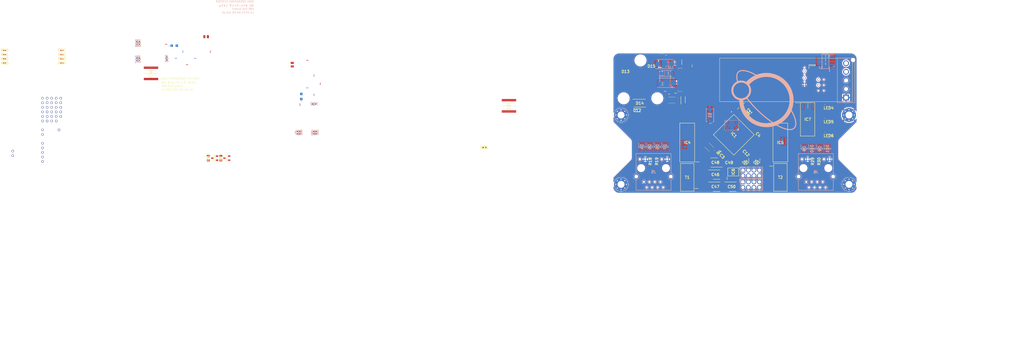
<source format=kicad_pcb>
(kicad_pcb (version 20221018) (generator pcbnew)
  (title_block (title "Oro Link") (date "2023-03-22") (rev "3") (company "Oro Operating System") (comment 1 "://oro.sh") (comment 2 "Joshua Lee Junon"))
  (layers (0 "F.Cu" signal) (1 "In1.Cu" power) (2 "In2.Cu" power) (31 "B.Cu" signal) (34 "B.Paste" user) (35 "F.Paste" user) (36 "B.SilkS" user "B.Silkscreen") (37 "F.SilkS" user "F.Silkscreen") (38 "B.Mask" user) (39 "F.Mask" user) (44 "Edge.Cuts" user))
  (net 0 "")
  (net 1 "GND")
  (net 2 "+3V3")
  (net 3 "Net-(IC4-VCAP)")
  (net 4 "+5V")
  (net 5 "Net-(IC2-NR{slash}FB)")
  (net 6 "Net-(IC3-REF)")
  (net 7 "/OLED Socket/EXTCAP")
  (net 8 "Net-(IC3-SS)")
  (net 9 "/OLED Socket/EXTCAP3")
  (net 10 "Net-(IC3-COMP)")
  (net 11 "/OLED Socket/+12V")
  (net 12 "/OLED Socket/EXTCAP2")
  (net 13 "/COM Bus Header/C1+")
  (net 14 "/COM Bus Header/C1-")
  (net 15 "/COM Bus Header/C2-")
  (net 16 "/COM Bus Header/V+")
  (net 17 "/COM Bus Header/V-")
  (net 18 "/External Ethernet/TPIN-")
  (net 19 "Net-(T1-CT_1)")
  (net 20 "/System Ethernet/TPIN-")
  (net 21 "Net-(T2-CT_1)")
  (net 22 "Net-(IC5-VCAP)")
  (net 23 "/Power Supply/PW_OK")
  (net 24 "/Power Supply/5VSB")
  (net 25 "/Power Supply/PSU_ON")
  (net 26 "/Front Panel Client/RST+")
  (net 27 "/Front Panel Client/RST-")
  (net 28 "/Front Panel Client/HDD+")
  (net 29 "/Front Panel Client/HDD-")
  (net 30 "/Front Panel Client/PLED+")
  (net 31 "/Front Panel Client/PLED-")
  (net 32 "/Front Panel Client/PWR+")
  (net 33 "/Front Panel Client/PWR-")
  (net 34 "Net-(IC3-OUT)")
  (net 35 "/OLED Socket/~{RST}")
  (net 36 "/OLED Socket/SCK")
  (net 37 "/OLED Socket/SDI")
  (net 44 "/COM Bus Header/RTS")
  (net 45 "/SWD Pad/VCC")
  (net 46 "/Microcontroller/USB_D-")
  (net 47 "/Microcontroller/USB_D+")
  (net 48 "/External Ethernet/GLED+")
  (net 49 "/External Ethernet/YLED+")
  (net 50 "/External Ethernet/TX-")
  (net 51 "/External Ethernet/TX+")
  (net 52 "/External Ethernet/RX+")
  (net 53 "/External Ethernet/RX-")
  (net 54 "/System Ethernet/GLED+")
  (net 55 "/System Ethernet/YLED+")
  (net 56 "/System Ethernet/TX-")
  (net 57 "/System Ethernet/TX+")
  (net 58 "/System Ethernet/RX+")
  (net 59 "/System Ethernet/RX-")
  (net 60 "/Indicator Lights/SDA")
  (net 61 "/Indicator Lights/SCL")
  (net 62 "/External Ethernet/~{RST}")
  (net 63 "/Front Panel Client/PWR_ON")
  (net 64 "/Front Panel Client/RESET")
  (net 65 "/Power Supply/PW_ON")
  (net 66 "/SWD Pad/SWDIO")
  (net 67 "/SWD Pad/SWCLK")
  (net 68 "/SWD Pad/SWO")
  (net 69 "/SWD Pad/FLASH")
  (net 70 "/External Ethernet/SCK")
  (net 71 "/External Ethernet/SDI")
  (net 72 "/External Ethernet/SDO")
  (net 73 "/External Ethernet/~{INT}")
  (net 74 "Net-(IC2-EN)")
  (net 75 "/External Ethernet/TPIN+")
  (net 76 "/External Ethernet/TPOUT-")
  (net 77 "/External Ethernet/TPOUT+")
  (net 78 "/System Ethernet/TPIN+")
  (net 79 "/System Ethernet/TPOUT-")
  (net 80 "/System Ethernet/TPOUT+")
  (net 81 "Net-(IC3-EN)")
  (net 84 "Net-(IC5-RBIAS)")
  (net 85 "Net-(IC5-OSC1)")
  (net 89 "/COM Bus Header/TX")
  (net 91 "/External Ethernet/CT_45")
  (net 92 "/External Ethernet/CT_78")
  (net 93 "/System Ethernet/CT_45")
  (net 94 "/System Ethernet/CT_78")
  (net 97 "/Indicator Lights/O18")
  (net 98 "Net-(T1-CT_3)")
  (net 99 "Net-(T1-CT_4)")
  (net 100 "Net-(T2-CT_3)")
  (net 101 "Net-(T2-CT_4)")
  (net 114 "Net-(IC7-R_EXT)")
  (net 115 "/Indicator Lights/O1")
  (net 116 "/Indicator Lights/O2")
  (net 117 "/Indicator Lights/O3")
  (net 118 "/Indicator Lights/O4")
  (net 119 "/Indicator Lights/O5")
  (net 120 "/Indicator Lights/O6")
  (net 121 "/Indicator Lights/O7")
  (net 122 "/Indicator Lights/O8")
  (net 123 "/Indicator Lights/O9")
  (net 124 "/Indicator Lights/O10")
  (net 125 "/Indicator Lights/O11")
  (net 126 "/Indicator Lights/O12")
  (net 127 "/Indicator Lights/O13")
  (net 128 "/Indicator Lights/O14")
  (net 129 "/Indicator Lights/O15")
  (net 130 "/Indicator Lights/O16")
  (net 131 "/Indicator Lights/O17")
  (net 132 "Net-(IC7-~{SDB})")
  (net 134 "/Microcontroller/SYSETH_SCK")
  (net 135 "/Microcontroller/SYSETH_MISO")
  (net 136 "/Microcontroller/SYSTEH_MOSI")
  (net 137 "/Microcontroller/SYSTEH_~{RST}")
  (net 138 "/Microcontroller/SYSTEH_~{INT}")
  (net 140 "/Microcontroller/DBGUART_RX")
  (net 141 "/Microcontroller/DBGUART_TX")
  (net 145 "/Microcontroller/VCAP1")
  (net 146 "/Microcontroller/VCAP2")
  (net 147 "Net-(IC1-PE12)")
  (net 177 "Net-(IC4-RBIAS)")
  (net 178 "Net-(IC4-OSC1)")
  (net 180 "Net-(LED1-Pad1)")
  (net 181 "Net-(IC1-NRST)")
  (net 182 "Net-(IC1-PH0)")
  (net 183 "/COM Bus Header/RX")
  (net 184 "/Microcontroller/SYSETH_CS")
  (net 185 "/COM Bus Header/CTS")
  (net 186 "/OLED Socket/DC")
  (net 187 "/COM Bus Header/C2+")
  (net 188 "GNDPWR")
  (net 190 "Net-(C29-Pad1)")
  (net 191 "Net-(C31-Pad2)")
  (net 192 "Net-(C38-Pad1)")
  (net 193 "Net-(C40-Pad2)")
  (net 194 "/OLED Socket/CS")
  (net 195 "/External Ethernet/CS")
  (net 196 "Net-(DBG36-Pad1)")
  (net 197 "Net-(DBG37-Pad1)")
  (net 202 "/COM Bus Header/RS232_RTS")
  (net 203 "/COM Bus Header/RS232_CTS")
  (net 204 "/COM Bus Header/RS232_RX")
  (net 205 "/COM Bus Header/RS232_TX")
  (net 225 "Net-(J5-A_YELLOW)")
  (net 226 "Net-(J5-A_GREEN)")
  (net 227 "Net-(J6-A_YELLOW)")
  (net 228 "Net-(Q1-Pad3)")
  (net 229 "Net-(J6-A_GREEN)")
  (footprint "SamacSys_Parts:SOIC127P1030X265-28N" (layer "F.Cu") (at 169.6734 93.2434)
    (fp_text reference "IC5")
    (fp_text value "ENC28J60-I_SO" hide)
  )
  (footprint "SamacSys_Parts:SOT95P230X110-3N" (layer "F.Cu") (at -90.911567 100.448801 180)
    (fp_text reference "Q3" hide)
    (fp_text value "PMV20ENR" hide)
  )
  (footprint "SamacSys_Parts:CAPC2012X135N" (layer "F.Cu") (at 190.5 55.118)
    (fp_text reference "C17" hide)
    (fp_text value "10u" hide)
  )
  (footprint "SamacSys_Parts:150120M173000" (layer "F.Cu") (at 191.921701 90.327367)
    (fp_text reference "LED6")
    (fp_text value "150120M173000" hide)
  )
  (footprint "Oro Footprints:DebugPin" (layer "F.Cu") (at 180.848 58.674)
    (fp_text reference "DBG35" hide)
    (fp_text value "~")
  )
  (footprint "SamacSys_Parts:RESC2012X60N" (layer "F.Cu") (at -88.117567 100.448801 90)
    (fp_text reference "R7")
    (fp_text value "1k" hide)
  )
  (footprint "SamacSys_Parts:SOIC127P1030X265-28N" (layer "F.Cu") (at 126.77 93.2434 180)
    (fp_text reference "IC4")
    (fp_text value "ENC28J60-I_SO" hide)
  )
  (footprint "SamacSys_Parts:CAPC0402X22N" (layer "F.Cu") (at -48.237199 55.3212 180)
    (fp_text reference "C32" hide)
    (fp_text value "0.1u" hide)
  )
  (footprint "Oro Footprints:DebugPin" (layer "F.Cu") (at -166.0192 83.294153)
    (fp_text reference "DBG18" hide)
    (fp_text value "~")
  )
  (footprint "Oro Footprints:C1608_Commercial_Tight" (layer "F.Cu") (at 117.6503 70.6581 90)
    (fp_text reference "C24" hide)
    (fp_text value "0.047u" hide)
  )
  (footprint "Oro Footprints:DebugPin" (layer "F.Cu") (at -166.0192 81.194153)
    (fp_text reference "DBG17" hide)
    (fp_text value "~")
  )
  (footprint "SamacSys_Parts:CAPC0402X22N" (layer "F.Cu") (at -113.2928 47.9298 180)
    (fp_text reference "C38" hide)
    (fp_text value "0.1u" hide)
  )
  (footprint "SamacSys_Parts:CAPC0402X22N" (layer "F.Cu") (at 138.107533 86.977144 -135)
    (fp_text reference "C8" hide)
    (fp_text value "0.1u" hide)
  )
  (footprint "SamacSys_Parts:AA3528VRVFSA" (layer "F.Cu") (at 119.6888 73.6092 180)
    (fp_text reference "LED2" hide)
    (fp_text value "AA3528VRVFS/A" hide)
  )
  (footprint "Oro Footprints:DebugPin" (layer "F.Cu") (at -170.2192 83.294153)
    (fp_text reference "DBG6" hide)
    (fp_text value "~")
  )
  (footprint "Oro Footprints:DebugPin" (layer "F.Cu") (at -170.2192 79.094153)
    (fp_text reference "DBG4" hide)
    (fp_text value "~")
  )
  (footprint "SamacSys_Parts:SOIC127P600X175-8N" (layer "F.Cu") (at 116.5606 63.8302 90)
    (fp_text reference "IC3" hide)
    (fp_text value "TPS6734IDR" hide)
  )
  (footprint "Oro Footprints:DebugPin" (layer "F.Cu") (at -161.8192 76.994153)
    (fp_text reference "DBG27" hide)
    (fp_text value "~")
  )
  (footprint "Oro Footprints:DebugPin" (layer "F.Cu") (at -168.1192 76.994153)
    (fp_text reference "DBG9" hide)
    (fp_text value "~")
  )
  (footprint "Oro Footprints:DebugPin" (layer "F.Cu") (at -166.0192 79.094153)
    (fp_text reference "DBG16" hide)
    (fp_text value "~")
  )
  (footprint "SamacSys_Parts:CAPC0402X22N" (layer "F.Cu") (at 146.0526 102.5398)
    (fp_text reference "C49")
    (fp_text value "0.1u" hide)
  )
  (footprint "Oro Footprints:DebugPin" (layer "F.Cu") (at -168.1192 79.094153)
    (fp_text reference "DBG10" hide)
    (fp_text value "~")
  )
  (footprint "SamacSys_Parts:CAPC0402X22N" (layer "F.Cu") (at 149.366154 78.432713 -45)
    (fp_text reference "C5" hide)
    (fp_text value "0.1u" hide)
  )
  (footprint "SamacSys_Parts:RESC1005X40N" (layer "F.Cu") (at 154.794612 78.712021 -135)
    (fp_text reference "R2")
    (fp_text value "4.7k" hide)
  )
  (footprint "Oro Footprints:OroConn6p_WithMounts" (layer "F.Cu") (at 105.246701 64.839367)
    (fp_text reference "J7" hide)
    (fp_text value "OroConn6p")
  )
  (footprint "SamacSys_Parts:RESC0603X26N" (layer "F.Cu") (at -161.2992 54.619153)
    (fp_text reference "R23")
    (fp_text value "RMCF0201FT49R9" hide)
  )
  (footprint "SamacSys_Parts:SODFL2514X80N" (layer "F.Cu") (at 103.690701 78.389367 180)
    (fp_text reference "D12")
    (fp_text value "RFU02VSM8STR" hide)
  )
  (footprint "Oro Footprints:C1608_Commercial_Tight" (layer "F.Cu") (at 119.0727 67.5847 90)
    (fp_text reference "C25" hide)
    (fp_text value "0.001u" hide)
  )
  (footprint "SamacSys_Parts:SOT95P280X145-5N" (layer "F.Cu") (at 158.7754 102.362 -90)
    (fp_text reference "D2")
    (fp_text value "ESDS302DBVR" hide)
  )
  (footprint "SamacSys_Parts:CAPAE430X610N" (layer "F.Cu") (at 139.7508 102.4636 180)
    (fp_text reference "C48")
    (fp_text value "0.1u" hide)
  )
  (footprint "Oro Footprints:DebugPin" (layer "F.Cu") (at -170.2192 101.994153)
    (fp_text reference "DBG43" hide)
    (fp_text value "~")
  )
  (footprint "SamacSys_Parts:CLM3CWKWCXAYA453" (layer "F.Cu") (at 124.8664 73.5076 90)
    (fp_text reference "LED3" hide)
    (fp_text value "CLM3C-WKW-CXAYA453" hide)
  )
  (footprint "SamacSys_Parts:CAPC1608X90N" (layer "F.Cu") (at 121.3358 64.8716 -90)
    (fp_text reference "C21" hide)
    (fp_text value "1u" hide)
  )
  (footprint "Oro Footprints:DebugPin" (layer "F.Cu") (at -170.2192 76.994153)
    (fp_text reference "DBG3" hide)
    (fp_text value "~")
  )
  (footprint "Oro Footprints:DebugPin" (layer "F.Cu") (at -183.9292 97.214153)
    (fp_text reference "DBG36" hide)
    (fp_text value "~")
  )
  (footprint "SamacSys_Parts:RCLAMP3552TTNT" (layer "F.Cu") (at 98.336712 60.205551)
    (fp_text reference "D13")
    (fp_text value "RCLAMP3552T.TNT" hide)
  )
  (footprint "Oro Footprints:DebugPin" (layer "F.Cu") (at -170.2192 95.694153)
    (fp_text reference "DBG40" hide)
    (fp_text value "~")
  )
  (footprint "SamacSys_Parts:RESC0603X26N" (layer "F.Cu") (at -187.7092 56.569153)
    (fp_text reference "R13")
    (fp_text value "RMCF0201FT49R9" hide)
  )
  (footprint "SamacSys_Parts:RESC2012X60N" (layer "F.Cu") (at 109.788401 101.9208 90)
    (fp_text reference "R18")
    (fp_text value "470R" hide)
  )
  (footprint "Oro Footprints:DebugPin" (layer "F.Cu") (at 180.848 63.3984)
    (fp_text reference "DBG34" hide)
    (fp_text value "~")
  )
  (footprint "Oro Footprints:DebugPin" (layer "F.Cu") (at -170.2192 97.794153)
    (fp_text reference "DBG41" hide)
    (fp_text value "~")
  )
  (footprint "SamacSys_Parts:RESC2012X60N" (layer "F.Cu") (at 184.569001 101.9208 90)
    (fp_text reference "R29")
    (fp_text value "470R" hide)
  )
  (footprint "SamacSys_Parts:RESC0603X26N" (layer "F.Cu") (at -161.2992 50.719153)
    (fp_text reference "R21")
    (fp_text value "RMCF0201FT49R9" hide)
  )
  (footprint "SamacSys_Parts:RESC2012X60N" (layer "F.Cu") (at -93.832567 100.448801 -90)
    (fp_text reference "R6")
    (fp_text value "1k" hide)
  )
  (footprint "SamacSys_Parts:RESC5025X65N" (layer "F.Cu") (at 192.278 59.436)
    (fp_text reference "R5" hide)
    (fp_text value "10k" hide)
  )
  (footprint "SamacSys_Parts:CAPC5664X270N" (layer "F.Cu") (at 44.6532 76.3016 90)
    (fp_text reference "C31")
    (fp_text value "1nF 5kV" hide)
  )
  (footprint "SamacSys_Parts:SOT95P230X110-3N" (layer "F.Cu") (at 184.338 57.574 90)
    (fp_text reference "Q1" hide)
    (fp_text value "PMV20ENR" hide)
  )
  (footprint "SamacSys_Parts:RESC0603X26N" (layer "F.Cu") (at -187.7092 52.669153)
    (fp_text reference "R11")
    (fp_text value "RMCF0201FT49R9" hide)
  )
  (footprint "Oro Footprints:DebugPin" (layer "F.Cu") (at -161.8192 74.894153)
    (fp_text reference "DBG26" hide)
    (fp_text value "~")
  )
  (footprint "SamacSys_Parts:CAPAE430X610N" (layer "F.Cu") (at 147.2184 113.6142)
    (fp_text reference "C50")
    (fp_text value "0.1u" hide)
  )
  (footprint "SamacSys_Parts:CAPC2012X75N" (layer "F.Cu") (at 116.648801 69.600967 90)
    (fp_text reference "C23" hide)
    (fp_text value "0.01u" hide)
  )
  (footprint "SamacSys_Parts:CAPC2012X135N" (layer "F.Cu") (at 190.5 53.34 180)
    (fp_text reference "C15" hide)
    (fp_text value "10u" hide)
  )
  (footprint "SamacSys_Parts:RESC2012X60N" (layer "F.Cu") (at 112.734801 101.9208 -90)
    (fp_text reference "R19")
    (fp_text value "470R" hide)
  )
  (footprint "Oro Footprints:DebugPin" (layer "F.Cu") (at -166.0192 74.894153)
    (fp_text reference "DBG14" hide)
    (fp_text value "~")
  )
  (footprint "Oro Footprints:DebugPin" (layer "F.Cu") (at -170.2192 93.594153)
    (fp_text reference "DBG39" hide)
    (fp_text value "~")
  )
  (footprint "Oro Footprints:DebugPin" (layer "F.Cu") (at 180.848 64.9732)
    (fp_text reference "DBG31" hide)
    (fp_text value "~")
  )
  (footprint "Oro Footprints:DebugPin" (layer "F.Cu") (at 180.848 60.2488)
    (fp_text reference "DBG33" hide)
    (fp_text value "~")
  )
  (footprint "SamacSys_Parts:CAPC0402X22N" (layer "F.Cu") (at -113.2928 54.2798 180)
    (fp_text reference "C39" hide)
    (fp_text value "0.1u" hide)
  )
  (footprint "Oro Footprints:DebugPin" (layer "F.Cu") (at 180.848 66.548)
    (fp_text reference "DBG30" hide)
    (fp_text value "~")
  )
  (footprint "SamacSys_Parts:RESC2012X60N" (layer "F.Cu") (at 141.455043 97.798954 -135)
    (fp_text reference "R4")
    (fp_text value "1k" hide)
  )
  (footprint "SamacSys_Parts:SOT95P230X110-3N" (layer "F.Cu") (at -85.323567 100.448801 180)
    (fp_text reference "Q2" hide)
    (fp_text value "PMV20ENR" hide)
  )
  (footprint "Oro Footprints:DebugPin" (layer "F.Cu") (at -170.2192 72.794153)
    (fp_text reference "DBG1" hide)
    (fp_text value "~")
  )
  (footprint "SamacSys_Parts:CAPC1608X90N" (layer "F.Cu") (at 128.2446 71.0934 90)
    (fp_text reference "C19" hide)
    (fp_text value "1u" hide)
  )
  (footprint "SamacSys_Parts:RESC0603X26N" (layer "F.Cu") (at -161.2992 52.669153)
    (fp_text reference "R22")
    (fp_text value "RMCF0201FT49R9" hide)
  )
  (footprint "SamacSys_Parts:CAPC0402X22N" (layer "F.Cu") (at -92.8624 51.3308 90)
    (fp_text reference "C41" hide)
    (fp_text value "0.1u" hide)
  )
  (footprint "SamacSys_Parts:SOT95P280X145-5N" (layer "F.Cu") (at 153.67 102.362 -90)
    (fp_text reference "D1")
    (fp_text value "ESDS302DBVR" hide)
  )
  (footprint "Oro Footprints:DebugPin" (layer "F.Cu") (at -163.9192 72.794153)
    (fp_text reference "DBG19" hide)
    (fp_text value "~")
  )
  (footprint "SamacSys_Parts:CAPC0402X22N" (layer "F.Cu") (at 144.234651 98.252238 -45)
    (fp_text reference "C9" hide)
    (fp_text value "0.1u" hide)
  )
  (footprint "SamacSys_Parts:CAPC0402X22N" (layer "F.Cu") (at -45.2882 75.7516 -90)
    (fp_text reference "C30" hide)
    (fp_text value "0.1u" hide)
  )
  (footprint "SamacSys_Parts:CAPC2012X135N" (layer "F.Cu") (at 129.0392 57.8612)
    (fp_text reference "C20" hide)
    (fp_text value "4.7u" hide)
  )
  (footprint "Oro Footprints:DebugPin" (layer "F.Cu") (at -161.8192 79.094153)
    (fp_text reference "DBG28" hide)
    (fp_text value "~")
  )
  (footprint "SamacSys_Parts:CAPC0402X22N" (layer "F.Cu") (at 176.0225 78.7393 -90)
    (fp_text reference "C51" hide)
    (fp_text value "0.1u" hide)
  )
  (footprint "SamacSys_Parts:SOIC127P930X570-16N" (layer "F.Cu") (at 169.6988 109.2962)
    (fp_text reference "T2")
    (fp_text value "PT61017XPEL" hide)
  )
  (footprint "SamacSys_Parts:RESC5025X65N" (layer "F.Cu") (at 124.281501 56.164367 180)
    (fp_text reference "R8" hide)
    (fp_text value "10k" hide)
  )
  (footprint "SamacSys_Parts:AA3528VRVFSA" (layer "F.Cu") (at 136.935216 95.457016 135)
    (fp_text reference "LED1" hide)
    (fp_text value "AA3528VRVFS/A" hide)
  )
  (footprint "SamacSys_Parts:SOIC127P930X570-16N" (layer "F.Cu") (at 126.7954 109.2962 180)
    (fp_text reference "T1")
    (fp_text value "PT61017XPEL" hide)
  )
  (footprint "SamacSys_Parts:CAPC2012X135N" (layer "F.Cu") (at -55.168799 57.3096 90)
    (fp_text reference "C28" hide)
    (fp_text value "10u" hide)
  )
  (footprint "SamacSys_Parts:CAPC5664X270N" (layer "F.Cu") (at -120.2436 61.3248 90)
    (fp_text reference "C40")
    (fp_text value "1nF 5kV" hide)
  )
  (footprint "Oro Footprints:DebugPin" (layer "F.Cu") (at 180.848 61.8236)
    (fp_text reference "DBG32" hide)
    (fp_text value "~")
  )
  (footprint "SamacSys_Parts:CAPC1608X90N" (layer "F.Cu") (at 126.9746 71.0934 90)
    (fp_text reference "C18" hide)
    (fp_text value "1u" hide)
  )
  (footprint "SamacSys_Parts:CAPAE430X610N" (layer "F.Cu") (at 139.7508 113.6142)
    (fp_text reference "C47")
    (fp_text value "0.1u" hide)
  )
  (footprint "Oro Footprints:DebugPin" (layer "F.Cu") (at -163.9192 83.294153)
    (fp_text reference "DBG24" hide)
    (fp_text value "~")
  )
  (footprint "SamacSys_Parts:CAPC2012X135N" (layer "F.Cu") (at -94.8508 44.3992)
    (fp_text reference "C37" hide)
    (fp_text value "10u" hide)
  )
  (footprint "Oro Footprints:DebugPin" (layer "F.Cu") (at -170.2192 89.494153)
    (fp_text reference "DBG45" hide)
    (fp_text value "~")
  )
  (footprint "SamacSys_Parts:CAPC0402X22N" (layer "F.Cu") (at 137.761824 84.609291 -135)
    (fp_text reference "C1" hide)
    (fp_text value "0.1u" hide)
  )
  (footprint "Oro Footprints:DebugPin" (layer "F.Cu") (at -168.1192 81.194153)
    (fp_text reference "DBG11" hide)
    (fp_text value "~")
  )
  (footprint "SamacSys_Parts:CAPC0402X22N" (layer "F.Cu") (at 158.244262 87.013953 -45)
    (fp_text reference "C6" hide)
    (fp_text value "0.1u" hide)
  )
  (footprint "SamacSys_Parts:CAPC0402X22N" (layer "F.Cu") (at -103.66 57.3024)
    (fp_text reference "C45" hide)
    (fp_text value "0.1u" hide)
  )
  (footprint "SamacSys_Parts:CAPC1608X90N" (layer "F.Cu") (at 142.827537 99.553286 -45)
    (fp_text reference "C3")
    (fp_text value "2.2u" hide)
  )
  (footprint "SamacSys_Parts:RESC0603X26N" (layer "F.Cu") (at -187.7092 54.619153)
    (fp_text reference "R12")
    (fp_text value "RMCF0201FT49R9" hide)
  )
  (footprint "Oro Footprints:DebugPin" (layer "F.Cu") (at -170.2192 74.894153)
    (fp_text reference "DBG2" hide)
    (fp_text value "~")
  )
  (footprint "Oro Footprints:DebugPin" (layer "F.Cu") (at -170.2192 99.894153)
    (fp_text reference "DBG42" hide)
    (fp_text value "~")
  )
  (footprint "SamacSys_Parts:150120M173000" (layer "F.Cu") (at 191.921701 77.527367)
    (fp_text reference "LED4")
    (fp_text value "150120M173000" hide)
  )
  (footprint "SamacSys_Parts:CAPC0402X22N" (layer "F.Cu") (at 140.296095 84.409887 -135)
    (fp_text reference "C13" hide)
    (fp_text value "0.1u" hide)
  )
  (footprint "Oro Footprints:DebugPin" (layer "F.Cu") (at -161.8192 81.194153)
    (fp_text reference "DBG29" hide)
    (fp_text value "~")
  )
  (footprint "SamacSys_Parts:RCLAMP3552TTNT" (layer "F.Cu") (at 110.301701 57.717367)
    (fp_text reference "D15")
    (fp_text value "RCLAMP3552T.TNT" hide)
  )
  (footprint "SamacSys_Parts:DIOM5436X244N" (layer "F.Cu") (at 104.926701 75.087367)
    (fp_text reference "D14")
    (fp_text value "P6SMB15A-Q" hide)
  )
  (footprint "MountingHole:MountingHole_3.2mm_M3_Pad_Via" (layer "F.Cu") (at 201.296701 80.542367)
    (fp_text reference "H4" hide)
    (fp_text value "MountingHole_Pad")
  )
  (footprint "Oro Footprints:DebugPin" (layer "F.Cu") (at -166.0192 72.794153)
    (fp_text reference "DBG13" hide)
    (fp_text value "~")
  )
  (footprint "SamacSys_Parts:150120M173000" (layer "F.Cu") (at 191.921701 83.927367)
    (fp_text reference "LED5")
    (fp_text value "150120M173000" hide)
  )
  (footprint "SamacSys_Parts:CAPC0402X22N" (layer "F.Cu") (at 151.967644 99.073843 135)
    (fp_text reference "C11" hide)
    (fp_text value "0.1u" hide)
  )
  (footprint "SamacSys_Parts:CAPC1608X90N" (layer "F.Cu") (at 153.84915 98.127086 135)
    (fp_text reference "C12")
    (fp_text value "2.2u" hide)
  )
  (footprint "SamacSys_Parts:CAPC1608X90N" (layer "F.Cu") (at 175.0573 78.7393 90)
    (fp_text reference "C52" hide)
    (fp_text value "1u" hide)
  )
  (footprint "SamacSys_Parts:RESC1105X40N" (layer "F.Cu") (at 33.2582 95.504)
    (fp_text reference "R31")
    (fp_text value "5.6K" hide)
  )
  (footprint "SamacSys_Parts:SOP65P640X120-16N" (layer "F.Cu") (at 147.9804 106.807 90)
    (fp_text reference "IC6")
    (fp_text value "SN75C3232EPWR" hide)
  )
  (footprint "Oro Footprints:DebugPin" (layer "F.Cu") (at -161.8192 72.794153)
    (fp_text reference "DBG25" hide)
    (fp_text value "~")
  )
  (footprint "SamacSys_Parts:CAPC0402X22N" (layer "F.Cu") (at -42.2656 66.1188 90)
    (fp_text reference "C36" hide)
    (fp_text value "0.1u" hide)
  )
  (footprint "MountingHole:MountingHole_3.2mm_M3_Pad_Via" (layer "F.Cu") (at 201.296701 112.542367)
    (fp_text reference "H1" hide)
    (fp_text value "MountingHole_Pad")
  )
  (footprint "SamacSys_Parts:RESC0603X26N" (layer "F.Cu") (at -161.2992 56.569153)
    (fp_text reference "R24")
    (fp_text value "RMCF0201FT49R9" hide)
  )
  (footprint "SamacSys_Parts:CAPC2012X135N" (layer "F.Cu") (at 150.245794 77.48519 135)
    (fp_text reference "C2" hide)
    (fp_text value "4.7u" hide)
  )
  (footprint "Oro Footprints:DebugPin" (layer "F.Cu") (at -163.9192 79.094153)
    (fp_text reference "DBG22" hide)
    (fp_text value "~")
  )
  (footprint "Oro Footprints:DebugPin" (layer "F.Cu") (at -162.6192 87.394153)
    (fp_text reference "DBG38" hide)
    (fp_text value "~")
  )
  (footprint "SamacSys_Parts:RESC5025X65N" (layer "F.Cu") (at 152.390449 75.709645 -45)
    (fp_text reference "R3" hide)
    (fp_text value "10k" hide)
  )
  (footprint "SamacSys_Parts:CAPAE430X610N" (layer "F.Cu") (at 139.7508 108.0262)
    (fp_text reference "C46")
    (fp_text value "0.1u" hide)
  )
  (footprint "SamacSys_Parts:CAPC2012X135N" (layer "F.Cu") (at 190.5 56.896)
    (fp_text reference "C16" hide)
    (fp_text value "10u" hide)
  )
  (footprint "SamacSys_Parts:CAPC0402X22N" (layer "F.Cu") (at 155.56253 95.585003 135)
    (fp_text reference "C10" hide)
    (fp_text value "0.1u" hide)
  )
  (footprint "SamacSys_Parts:RESC1005X40N" (layer "F.Cu") (at 155.602835 79.520244 -135)
    (fp_text reference "R1")
    (fp_text value "4.7k" hide)
  )
  (footprint "SamacSys_Parts:RESC2012X60N" (layer "F.Cu") (at 187.515401 101.9208 -90)
    (fp_text reference "R30")
    (fp_text value "470R" hide)
  )
  (footprint "Oro Footprints:DebugPin" (layer "F.Cu") (at -168.1192 83.294153)
    (fp_text reference "DBG12" hide)
    (fp_text value "~")
  )
  (footprint "SamacSys_Parts:CAPC2012X135N" (layer "F.Cu") (at 121.4882 70.4524 90)
    (fp_text reference "C22" hide)
    (fp_text value "4.7u" hide)
  )
  (footprint "SamacSys_Parts:CAPC0402X22N" (layer "F.Cu") (at -51.638199 75.7516 -90)
    (fp_text reference "C29" hide)
    (fp_text value "0.1u" hide)
  )
  (footprint "Oro Footprints:DebugPin" (layer "F.Cu") (at -163.9192 76.994153)
    (fp_text reference "DBG21" hide)
    (fp_text value "~")
  )
  (footprint "Oro Footprints:DebugPin" (layer "F.Cu") (at -163.9192 74.894153)
    (fp_text reference "DBG20" hide)
    (fp_text value "~")
  )
  (footprint "MountingHole:MountingHole_3.2mm_M3_Pad_Via" (layer "F.Cu") (at 96.296701 80.542367)
    (fp_text reference "H2" hide)
    (fp_text value "MountingHole_Pad")
  )
  (footprint "SamacSys_Parts:RESC0603X26N" (layer "F.Cu") (at -187.7092 50.719153)
    (fp_text reference "R10")
    (fp_text value "RMCF0201FT49R9" hide)
  )
  (footprint "SamacSys_Parts:CAPC1608X90N" (layer "F.Cu") (at 139.557875 83.711266 -135)
    (fp_text reference "C14" hide)
    (fp_text value "1u" hide)
  )
  (footprint "Oro Footprints:DebugPin" (layer "F.Cu") (at -166.0192 76.994153)
    (fp_text reference "DBG15" hide)
    (fp_text value "~")
  )
  (footprint "SamacSys_Parts:CAPC1608X90N" (layer "F.Cu") (at 159.444885 89.607643 -45)
    (fp_text reference "C4")
    (fp_text value "2.2u" hide)
  )
  (footprint "Oro Footprints:DebugPin" (layer "F.Cu") (at -163.9192 81.194153)
    (fp_text reference "DBG23" hide)
    (fp_text value "~")
  )
  (footprint "SamacSys_Parts:SOIC127P1036X265-24N" (layer "F.Cu") (at 182.245 82.55)
    (fp_text reference "IC7")
    (fp_text value "IS31FL3218-GRLS2" hide)
  )
  (footprint "Oro Footprints:DebugPin" (layer "F.Cu") (at -170.2192 87.394153)
    (fp_text reference "DBG44" hide)
    (fp_text value "~")
  )
  (footprint "Oro Footprints:DebugPin" (layer "F.Cu") (at -168.1192 74.894153)
    (fp_text reference "DBG8" hide)
    (fp_text value "~")
  )
  (footprint "Oro Footprints:DebugPin" (layer "F.Cu") (at -183.9292 99.314153)
    (fp_text reference "DBG37" hide)
    (fp_text value "~")
  )
  (footprint "SamacSys_Parts:323287241" (layer "F.Cu") (at 124.121701 64.259367 90)
    (fp_text reference "J4" hide)
    (fp_text value "3-2328724-1" hide)
  )
  (footprint "SamacSys_Parts:CAPC0402X22N" (layer "F.Cu") (at 143.848599 81.396198 -135)
    (fp_text reference "C7" hide)
    (fp_text value "0.1u" hide)
  )
  (footprint "SamacSys_Parts:CD54NP180MC" (layer "F.Cu") (at 117.014301 55.643667 -90)
    (fp_text reference "FB1" hide)
    (fp_text value "CD54NP-180MC" hide)
  )
  (footprint "MountingHole:MountingHole_3.2mm_M3_Pad_Via" (layer "F.Cu") (at 96.296701 112.542367)
    (fp_text reference "H3" hide)
    (fp_text value "MountingHole_Pad")
  )
  (footprint "Oro Footprints:DebugPin" (layer "F.Cu") (at -170.2192 81.194153)
    (fp_text reference "DBG5" hide)
    (fp_text value "~")
  )
  (footprint "Oro Footprints:DebugPin" (layer "F.Cu") (at -168.1192 72.794153)
    (fp_text reference "DBG7" hide)
    (fp_text value "~")
  )
  (footprint "SamacSys_Parts:QFP50P1600X1600X160-100N" (layer "F.Cu") (at 148.2217 89.662 -45)
    (fp_text reference "IC1")
    (fp_text value "STM32F479VGT6" hide)
  )
  (footprint "SamacSys_Parts:CAPC0402X22N" (layer "B.Cu") (at -99.8982 54.4068 180)
    (fp_text reference "C44" hide)
    (fp_text value "0.1u" hide)
  )
  (footprint "SamacSys_Parts:SOT95P280X145-5N" (layer "B.Cu") (at 184.258268 96.062367 -90)
    (fp_text reference "D10")
    (fp_text value "ESDS302DBVR" hide)
  )
  (footprint "SamacSys_Parts:RESC1005X40N" (layer "B.Cu") (at -125.6792 54.822 -90)
    (fp_text reference "R26")
    (fp_text value "75R" hide)
  )
  (footprint "SamacSys_Parts:BLM18EG121SH1D" (layer "B.Cu") (at -112.9792 54.443 -90)
    (fp_text reference "FB3")
    (fp_text value "BLM18BB600SZ1D" hide)
  )
  (footprint "SamacSys_Parts:SOT95P280X145-5N" (layer "B.Cu") (at 109.477668 95.186067 -90)
    (fp_text reference "D6")
    (fp_text value "ESDS302DBVR" hide)
  )
  (footprint "Oro Footprints:7P-26.000MBP-T" (layer "B.Cu") (at 150.464 82.998 180)
    (fp_text reference "X1" hide)
    (fp_text value "7P-26.000MBP-T")
  )
  (footprint "SamacSys_Parts:RESC1005X40N" (layer "B.Cu") (at -125.645938 47.3544 90)
    (fp_text reference "R25")
    (fp_text value "75R" hide)
  )
  (footprint "SamacSys_Parts:CAPPM7343X310N" (layer "B.Cu") (at 116.483701 57.027967)
    (fp_text reference "C26" hide)
    (fp_text value "33u" hide)
  )
  (footprint "SamacSys_Parts:SOT127P706X180-6N" (layer "B.Cu") (at 190.452 55.88 180)
    (fp_text reference "IC2" hide)
    (fp_text value "TPS73733DCQ" hide)
  )
  (footprint "SamacSys_Parts:SOT95P280X145-5N" (layer "B.Cu") (at 187.826134 96.062367 -90)
    (fp_text reference "D9")
    (fp_text value "ESDS302DBVR" hide)
  )
  (footprint "SamacSys_Parts:CAPPM7343X310N" (layer "B.Cu") (at 117.334601 65.676667)
    (fp_text reference "C27" hide)
    (fp_text value "33u" hide)
  )
  (footprint "SamacSys_Parts:SOT95P280X145-5N" (layer "B.Cu") (at 180.690402 96.062367 -90)
    (fp_text reference "D8")
    (fp_text value "ESDS302DBVR" hide)
  )
  (footprint "SamacSys_Parts:ASE24576MHZLCT" (layer "B.Cu") (at 171.513 92.7268 90)
    (fp_text reference "Y2" hide)
    (fp_text value "25MHz" hide)
  )
  (footprint "SamacSys_Parts:RESC1005X40N" (layer "B.Cu") (at -44.746 89.2048)
    (fp_text reference "R16")
    (fp_text value "75R" hide)
  )
  (footprint "SamacSys_Parts:SOT95P280X145-5N" (layer "B.Cu") (at 113.045534 95.186067 -90)
    (fp_text reference "D5")
    (fp_text value "ESDS302DBVR" hide)
  )
  (footprint "SamacSys_Parts:ERJP06__0805_" (layer "B.Cu") (at -51.003199 71.9836 90)
    (fp_text reference "R9" hide)
    (fp_text value "2.32k, <=1%" hide)
  )
  (footprint "SamacSys_Parts:CAPC0402X22N" (layer "B.Cu") (at -45.1612 62.357 -90)
    (fp_text reference "C35" hide)
    (fp_text value "0.1u" hide)
  )
  (footprint "SamacSys_Parts:CAPC0402X22N" (layer "B.Cu") (at -108.7882 54.4068)
    (fp_text reference "C42" hide)
    (fp_text value "0.1u" hide)
  )
  (footprint "SamacSys_Parts:DIOM5227X250N" (layer "B.Cu") (at 117.216601 61.371367)
    (fp_text reference "D3" hide)
    (fp_text value "SS12" hide)
  )
  (footprint "SamacSys_Parts:RESC5025X65N" (layer "B.Cu") (at 182.372 76.454)
    (fp_text reference "R32" hide)
    (fp_text value "10k" hide)
  )
  (footprint "SamacSys_Parts:JXD20Z10NL" (layer "B.Cu") (at 106.816601 111.383467 180)
    (fp_text reference "J5")
    (fp_text value "JXD2-0Z10NL" hide)
  )
  (footprint "SamacSys_Parts:BLM18EG121SH1D" (layer "B.Cu") (at -45.125 75.438)
    (fp_text reference "FB2")
    (fp_text value "BLM18BB600SZ1D" hide)
  )
  (footprint "SamacSys_Parts:CAPC0402X22N" (layer "B.Cu") (at -105.5624 51.308 90)
    (fp_text reference "C43" hide)
    (fp_text value "0.1u" hide)
  )
  (footprint "SamacSys_Parts:SOT95P280X145-5N" (layer "B.Cu") (at 105.909803 95.186067 -90)
    (fp_text reference "D4")
    (fp_text value "ESDS302DBVR" hide)
  )
  (footprint "SamacSys_Parts:RESC1005X40N" (layer "B.Cu") (at -52.213599 89.238062 180)
    (fp_text reference "R17")
    (fp_text value "75R" hide)
  )
  (footprint "SamacSys_Parts:HDRV8W89P254_2X4_1016X483X858P" (layer "B.Cu") (at 152.4254 105.9769)
    (fp_text reference "J1")
    (fp_text value "67996-408HLF" hide)
  )
  (footprint "SamacSys_Parts:DF635P396DSA" (layer "B.Cu") (at 199.946701 72.502367 90)
    (fp_text reference "J2")
    (fp_text value "DF63-5P-3.96DSA" hide)
  )
  (footprint "SamacSys_Parts:RESC1005X40N" (layer "B.Cu") (at -126.779262 47.3544 90)
    (fp_text reference "R28")
    (fp_text value "75R" hide)
  )
  (footprint "Oro Footprints:25146NAH" (layer "B.Cu") (at 194.676701 59.702367 180)
    (fp_text reference "S2")
    (fp_text value "25146NAH")
  )
  (footprint "SamacSys_Parts:ERJP06__0805_" (layer "B.Cu") (at -109.5248 48.5648)
    (fp_text reference "R20" hide)
    (fp_text value "2.32k, <=1%" hide)
  )
  (footprint "SamacSys_Parts:CAPC0402X22N" (layer "B.Cu") (at -45.1612 71.247 90)
    (fp_text reference "C33" hide)
    (fp_text value "0.1u" hide)
  )
  (footprint "SamacSys_Parts:CAPC0402X22N" (layer "B.Cu") (at -48.259999 68.0212 180)
    (fp_text reference "C34" hide)
    (fp_text value "0.1u" hide)
  )
  (footprint "SamacSys_Parts:TL6400AF160QJ" (layer "B.Cu") (at 137.2362 80.6526 -90)
    (fp_text reference "S1")
    (fp_text value "TL6400AF160QJ" hide)
  )
  (footprint "SamacSys_Parts:ASE24576MHZLCT" (layer "B.Cu") (at 124.8786 94.0984 -90)
    (fp_text reference "Y1" hide)
    (fp_text value "25MHz" hide)
  )
  (footprint "SamacSys_Parts:HDRV8W89P254_2X4_1016X483X858P" (layer "B.Cu") (at 152.4254 111.4049)
    (fp_text reference "J3")
    (fp_text value "67996-408HLF" hide)
  )
  (footprint "LOGO" (layer "B.Cu") (at 162.052 73.66 180)
    (fp_text reference "G***" hide)
    (fp_text value "LOGO" hide)
  )
  (footprint "SamacSys_Parts:RESC1005X40N" (layer "B.Cu") (at -126.746 54.822 -90)
    (fp_text reference "R27")
    (fp_text value "75R" hide)
  )
  (footprint "SamacSys_Parts:JXD20Z10NL" (layer "B.Cu") (at 181.597201 111.383467 180)
    (fp_text reference "J6")
    (fp_text value "JXD2-0Z10NL" hide)
  )
  (footprint "SamacSys_Parts:SOT95P280X145-5N" (layer "B.Cu") (at 191.394 96.062367 -90)
    (fp_text reference "D11")
    (fp_text value "ESDS302DBVR" hide)
  )
  (footprint "SamacSys_Parts:SOT95P280X145-5N" (layer "B.Cu") (at 116.6134 95.186067 -90)
    (fp_text reference "D7")
    (fp_text value "ESDS302DBVR" hide)
  )
  (footprint "SamacSys_Parts:RESC1005X40N" (layer "B.Cu") (at -52.213599 88.104738 180)
    (fp_text reference "R14")
    (fp_text value "75R" hide)
  )
  (footprint "SamacSys_Parts:RESC1005X40N" (layer "B.Cu") (at -44.746 88.138)
    (fp_text reference "R15")
    (fp_text value "75R" hide)
  )
  (gr_rect (start 141.6812 54.2544) (end 202.8952 74.3204) (stroke (width 0.15)) (fill none) (layer "F.SilkS"))
  (gr_arc (start 196.671701 92.913687) (mid 196.785875 92.339658) (end 197.111041 91.853027) (stroke (width 0.1)) (layer "Edge.Cuts"))
  (gr_arc (start 92.421701 54.792367) (mid 93.300381 52.671047) (end 95.421701 51.792367) (stroke (width 0.1)) (layer "Edge.Cuts"))
  (gr_line (start 92.861041 84.231707) (end 100.482361 91.853027) (stroke (width 0.1)) (layer "Edge.Cuts"))
  (gr_arc (start 197.111041 101.231707) (mid 196.785888 100.745071) (end 196.671701 100.171047) (stroke (width 0.1)) (layer "Edge.Cuts"))
  (gr_line (start 100.921701 100.171047) (end 100.921701 92.913687) (stroke (width 0.1)) (layer "Edge.Cuts"))
  (gr_arc (start 92.861041 84.231707) (mid 92.535888 83.745071) (end 92.421701 83.171047) (stroke (width 0.1)) (layer "Edge.Cuts"))
  (gr_line (start 92.421701 113.792367) (end 92.421701 109.913687) (stroke (width 0.1)) (layer "Edge.Cuts"))
  (gr_line (start 202.171701 51.792367) (end 95.421701 51.792367) (stroke (width 0.1)) (layer "Edge.Cuts"))
  (gr_arc (start 100.482361 91.853027) (mid 100.807514 92.339663) (end 100.921701 92.913687) (stroke (width 0.1)) (layer "Edge.Cuts"))
  (gr_arc (start 202.171701 51.792367) (mid 204.293021 52.671047) (end 205.171701 54.792367) (stroke (width 0.1)) (layer "Edge.Cuts"))
  (gr_line (start 204.732361 108.853027) (end 197.111041 101.231707) (stroke (width 0.1)) (layer "Edge.Cuts"))
  (gr_line (start 196.671701 100.171047) (end 196.671701 92.913687) (stroke (width 0.1)) (layer "Edge.Cuts"))
  (gr_arc (start 205.171701 113.792367) (mid 204.293021 115.913687) (end 202.171701 116.792367) (stroke (width 0.1)) (layer "Edge.Cuts"))
  (gr_arc (start 205.171701 83.171047) (mid 205.057527 83.745076) (end 204.732361 84.231707) (stroke (width 0.1)) (layer "Edge.Cuts"))
  (gr_arc (start 204.732361 108.853027) (mid 205.057514 109.339663) (end 205.171701 109.913687) (stroke (width 0.1)) (layer "Edge.Cuts"))
  (gr_line (start 205.171701 113.792367) (end 205.171701 109.913687) (stroke (width 0.1)) (layer "Edge.Cuts"))
  (gr_arc (start 95.421701 116.792367) (mid 93.300381 115.913687) (end 92.421701 113.792367) (stroke (width 0.1)) (layer "Edge.Cuts"))
  (gr_line (start 205.171701 54.792367) (end 205.171701 83.171047) (stroke (width 0.1)) (layer "Edge.Cuts"))
  (gr_arc (start 92.421701 109.913687) (mid 92.535875 109.339658) (end 92.861041 108.853027) (stroke (width 0.1)) (layer "Edge.Cuts"))
  (gr_arc (start 100.921701 100.171047) (mid 100.807527 100.745076) (end 100.482361 101.231707) (stroke (width 0.1)) (layer "Edge.Cuts"))
  (gr_line (start 204.732361 84.231707) (end 197.111041 91.853027) (stroke (width 0.1)) (layer "Edge.Cuts"))
  (gr_line (start 92.421701 83.171047) (end 92.421701 54.792367) (stroke (width 0.1)) (layer "Edge.Cuts"))
  (gr_line (start 92.861041 108.853027) (end 100.482361 101.231707) (stroke (width 0.1)) (layer "Edge.Cuts"))
  (gr_line (start 202.171701 116.792367) (end 95.421701 116.792367) (stroke (width 0.1)) (layer "Edge.Cuts"))
  (gr_text "ORO OPERATING SYSTEM\n\nx86 link board\nv3.2023.04.05 oro.sh" (at -72.7312 33.879153) (layer "B.SilkS") (effects (font (size 1 1)) (justify left bottom mirror)))
  (gr_text "オロ オペレーティング システム" (at -72.7312 30.704153) (layer "B.SilkS") (effects (font (size 1 1)) (justify left bottom mirror)))
  (gr_text "オロ オペレーティング システム" (at -115.6572 66.264153) (layer "F.SilkS") (effects (font (size 1 1)) (justify left bottom)))
  (gr_text "ORO OPERATING SYSTEM\n\nx86 link board\nv3.2023.04.05 oro.sh" (at -115.6572 69.439153) (layer "F.SilkS") (effects (font (size 1 1)) (justify left bottom)))
  (segment (start 176.0225 79.0213) (end 176.3762 79.375) (width 0.25) (layer "F.Cu") (net 1))
  (segment (start 175.4853 79.0213) (end 176.0225 79.0213) (width 0.25) (layer "F.Cu") (net 1))
  (segment (start 175.0573 79.4493) (end 175.4853 79.0213) (width 0.25) (layer "F.Cu") (net 1))
  (segment (start 176.3762 79.375) (end 177.57 79.375) (width 0.25) (layer "F.Cu") (net 1))
  (segment (start 175.0573 78.0293) (end 175.4853 78.4573) (width 0.25) (layer "F.Cu") (net 2))
  (segment (start 176.3748 78.105) (end 177.57 78.105) (width 0.25) (layer "F.Cu") (net 2))
  (segment (start 176.0225 78.4573) (end 176.3748 78.105) (width 0.25) (layer "F.Cu") (net 2))
  (segment (start 175.4853 78.4573) (end 176.0225 78.4573) (width 0.25) (layer "F.Cu") (net 2))
  (zone (net 1) (net_name "GND") (layers "F.Cu" "In2.Cu" "B.Cu") (connect_pads (clearance 0)) (min_thickness 0.25) (fill yes (thermal_gap 0.5) (thermal_bridge_width 0.5) (island_removal_mode 2) (island_area_min 10))
    (polygon (pts (xy 91.591701 51.592367) (xy 205.891701 51.592367) (xy 205.891701 117.632367) (xy 91.591701 117.632367)))
  )
)
</source>
